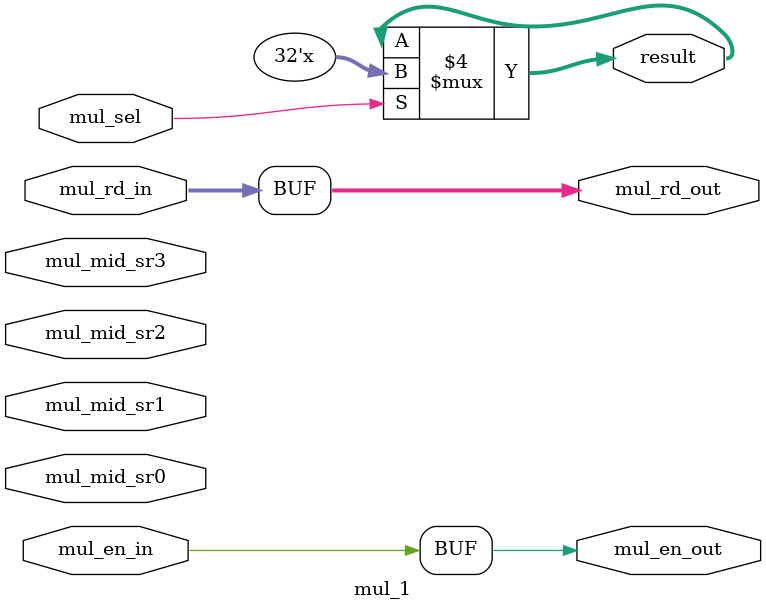
<source format=v>
`include "../uop.vh"

module mul_0(

    input[0:0]mul_en_in,
    input[4:0]mul_rd_in,
    input[0:0]mul_sel_in,
    input[0:0]mul_usign,
    
    input[31:0]mul_sr0,
    input[31:0]mul_sr1,

    output[0:0]mul_en_out,
    output[4:0]mul_rd_out,
    output[0:0]mul_sel_out,
    
    output[35:0]mul_mid_rs0,
    output[35:0]mul_mid_rs1,
    output[35:0]mul_mid_rs2,
    output[35:0]mul_mid_rs3

);
    wire [ 35:0 ]mul_mid_sr0;
    wire [ 35:0 ]mul_mid_sr1;
    assign mul_mid_sr0 = !mul_usign?{{4{mul_sr0[ 31 ]}},mul_sr0}:{4'b0,mul_sr0};
    assign mul_mid_sr1 = !mul_usign?{{4{mul_sr1[ 31 ]}},mul_sr1}:{4'b0,mul_sr1};
    assign mul_mid_rs0 = mul_mid_sr0[ 35:18 ]*mul_mid_sr1[ 35:18 ];
    assign mul_mid_rs1 = mul_mid_sr0[ 35:18 ]*mul_mid_sr1[ 17:0 ];
    assign mul_mid_rs2 = mul_mid_sr0[ 17:0 ]*mul_mid_sr1[ 35:18 ];
    assign mul_mid_rs3 = mul_mid_sr0[ 17:0 ]*mul_mid_sr1[ 17:0 ];

    assign mul_en_out=mul_en_in;
    assign mul_rd_out=mul_rd_in;
endmodule

module mul_1 (
    input [35:0]mul_mid_sr0,
    input [35:0]mul_mid_sr1,
    input [35:0]mul_mid_sr2,
    input [35:0]mul_mid_sr3,
    input [0:0]mul_sel,
    input[0:0]mul_en_in,
    input[4:0]mul_rd_in,

    output[4:0]mul_rd_out,
    output[0:0]mul_en_out,
    output[31:0]result
);
    wire[71:0]result_full;
    assign result_full={mul_mid_sr0,36'b0}+{18'b0,mul_mid_sr1,18'b0}+{18'b0,mul_mid_sr2,18'b0}+{36'b0,mul_mid_sr3};
    assign result=mul_sel?result[63:32]:result[31:0];
    assign mul_en_out=mul_en_in;
    assign mul_rd_out=mul_rd_in;
endmodule

</source>
